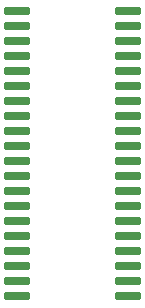
<source format=gbr>
G04 #@! TF.GenerationSoftware,KiCad,Pcbnew,7.0.6-0*
G04 #@! TF.CreationDate,2023-10-14T16:51:03-04:00*
G04 #@! TF.ProjectId,RAM Module,52414d20-4d6f-4647-956c-652e6b696361,1*
G04 #@! TF.SameCoordinates,Original*
G04 #@! TF.FileFunction,Paste,Top*
G04 #@! TF.FilePolarity,Positive*
%FSLAX46Y46*%
G04 Gerber Fmt 4.6, Leading zero omitted, Abs format (unit mm)*
G04 Created by KiCad (PCBNEW 7.0.6-0) date 2023-10-14 16:51:03*
%MOMM*%
%LPD*%
G01*
G04 APERTURE LIST*
G04 Aperture macros list*
%AMRoundRect*
0 Rectangle with rounded corners*
0 $1 Rounding radius*
0 $2 $3 $4 $5 $6 $7 $8 $9 X,Y pos of 4 corners*
0 Add a 4 corners polygon primitive as box body*
4,1,4,$2,$3,$4,$5,$6,$7,$8,$9,$2,$3,0*
0 Add four circle primitives for the rounded corners*
1,1,$1+$1,$2,$3*
1,1,$1+$1,$4,$5*
1,1,$1+$1,$6,$7*
1,1,$1+$1,$8,$9*
0 Add four rect primitives between the rounded corners*
20,1,$1+$1,$2,$3,$4,$5,0*
20,1,$1+$1,$4,$5,$6,$7,0*
20,1,$1+$1,$6,$7,$8,$9,0*
20,1,$1+$1,$8,$9,$2,$3,0*%
G04 Aperture macros list end*
%ADD10RoundRect,0.290000X0.835000X0.072500X-0.835000X0.072500X-0.835000X-0.072500X0.835000X-0.072500X0*%
G04 APERTURE END LIST*
D10*
X156190000Y-111080000D03*
X156190000Y-109810000D03*
X156190000Y-108540000D03*
X156190000Y-107270000D03*
X156190000Y-106000000D03*
X156190000Y-104730000D03*
X156190000Y-103460000D03*
X156190000Y-102190000D03*
X156190000Y-100920000D03*
X156190000Y-99650000D03*
X156190000Y-98380000D03*
X156190000Y-97110000D03*
X156190000Y-95840000D03*
X156190000Y-94570000D03*
X156190000Y-93300000D03*
X156190000Y-92030000D03*
X156190000Y-90760000D03*
X156190000Y-89490000D03*
X156190000Y-88220000D03*
X156190000Y-86950000D03*
X146740000Y-86950000D03*
X146740000Y-88220000D03*
X146740000Y-89490000D03*
X146740000Y-90760000D03*
X146740000Y-92030000D03*
X146740000Y-93300000D03*
X146740000Y-94570000D03*
X146740000Y-95840000D03*
X146740000Y-97110000D03*
X146740000Y-98380000D03*
X146740000Y-99650000D03*
X146740000Y-100920000D03*
X146740000Y-102190000D03*
X146740000Y-103460000D03*
X146740000Y-104730000D03*
X146740000Y-106000000D03*
X146740000Y-107270000D03*
X146740000Y-108540000D03*
X146740000Y-109810000D03*
X146740000Y-111080000D03*
M02*

</source>
